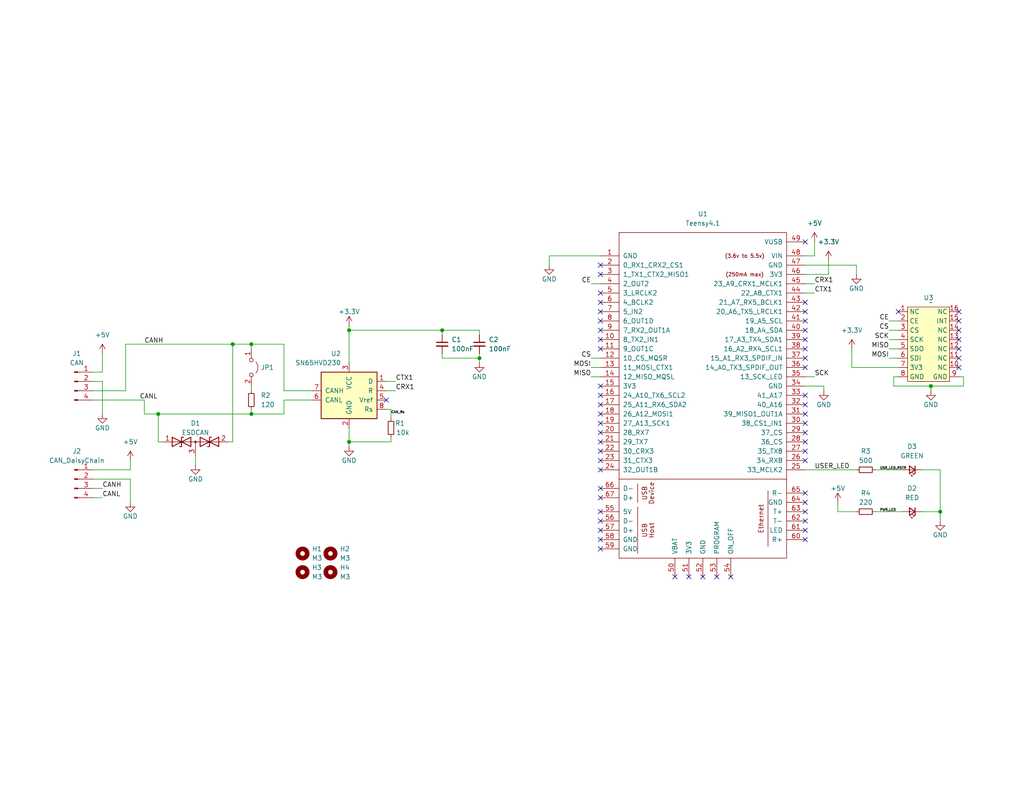
<source format=kicad_sch>
(kicad_sch (version 20230121) (generator eeschema)
  (paper "USLetter")
  (title_block (title "SDM-24 Telemetry Board") (date "2023-12-19") (rev "v1"))
  (lib_symbols
    (symbol "Connector:Conn_01x04_Pin" (pin_names (offset 1.016) hide)
      (property "Reference" "J" (at 0 5.08 0))
      (property "Value" "Conn_01x04_Pin" (at 0 -7.62 0))
      (symbol "Conn_01x04_Pin_1_1"
        (polyline (pts (xy 1.27 -5.08) (xy 0.8636 -5.08)) (stroke (width 0.1524)))
        (polyline (pts (xy 1.27 -2.54) (xy 0.8636 -2.54)) (stroke (width 0.1524)))
        (polyline (pts (xy 1.27 0) (xy 0.8636 0)) (stroke (width 0.1524)))
        (polyline (pts (xy 1.27 2.54) (xy 0.8636 2.54)) (stroke (width 0.1524)))
        (rectangle (start 0.8636 -4.953) (end 0 -5.207) (stroke (width 0.1524)) (fill (type outline)))
        (rectangle (start 0.8636 -2.413) (end 0 -2.667) (stroke (width 0.1524)) (fill (type outline)))
        (rectangle (start 0.8636 0.127) (end 0 -0.127) (stroke (width 0.1524)) (fill (type outline)))
        (rectangle (start 0.8636 2.667) (end 0 2.413) (stroke (width 0.1524)) (fill (type outline)))
        (pin passive line (at 5.08 2.54 180) (length 3.81) (name "Pin_1") (number "1"))
        (pin passive line (at 5.08 0 180) (length 3.81) (name "Pin_2") (number "2"))
        (pin passive line (at 5.08 -2.54 180) (length 3.81) (name "Pin_3") (number "3"))
        (pin passive line (at 5.08 -5.08 180) (length 3.81) (name "Pin_4") (number "4"))
      )
    )
    (symbol "Device:C_Small" (pin_numbers hide) (pin_names (offset 0.254) hide)
      (property "Reference" "C" (at 0.254 1.778 0))
      (property "Value" "C_Small" (at 0.254 -2.032 0))
      (symbol "C_Small_0_1"
        (polyline (pts (xy -1.524 -0.508) (xy 1.524 -0.508)) (stroke (width 0.3302)))
        (polyline (pts (xy -1.524 0.508) (xy 1.524 0.508)) (stroke (width 0.3048)))
      )
      (symbol "C_Small_1_1"
        (pin passive line (at 0 2.54 270) (length 2.032) (name "~") (number "1"))
        (pin passive line (at 0 -2.54 90) (length 2.032) (name "~") (number "2"))
      )
    )
    (symbol "Device:D_TVS_Dual_AAC" (pin_names (offset 1.016) hide)
      (property "Reference" "D" (at 0 4.445 0))
      (property "Value" "D_TVS_Dual_AAC" (at 0 2.54 0))
      (symbol "D_TVS_Dual_AAC_0_0"
        (polyline (pts (xy 0 -1.27) (xy 0 0)))
      )
      (symbol "D_TVS_Dual_AAC_0_1"
        (polyline (pts (xy -6.35 0) (xy 6.35 0)))
        (polyline (pts (xy -3.302 1.27) (xy -3.81 1.27) (xy -3.81 -1.27) (xy -4.318 -1.27)) (stroke (width 0.254)))
        (polyline (pts (xy 4.318 1.27) (xy 3.81 1.27) (xy 3.81 -1.27) (xy 3.302 -1.27)) (stroke (width 0.254)))
        (polyline (pts (xy -6.35 1.27) (xy -1.27 -1.27) (xy -1.27 1.27) (xy -6.35 -1.27) (xy -6.35 1.27)) (stroke (width 0.254)))
        (polyline (pts (xy 6.35 1.27) (xy 1.27 -1.27) (xy 1.27 1.27) (xy 6.35 -1.27) (xy 6.35 1.27)) (stroke (width 0.254)))
        (circle (center 0 0) (radius 0.254) (fill (type outline)))
      )
      (symbol "D_TVS_Dual_AAC_1_1"
        (pin passive line (at -8.89 0 0) (length 2.54) (name "A1") (number "1"))
        (pin passive line (at 8.89 0 180) (length 2.54) (name "A2") (number "2"))
        (pin input line (at 0 -3.81 90) (length 2.54) (name "common") (number "3"))
      )
    )
    (symbol "Device:LED_Small" (pin_numbers hide) (pin_names (offset 0.254) hide)
      (property "Reference" "D" (at -1.27 3.175 0))
      (property "Value" "LED_Small" (at -4.445 -2.54 0))
      (symbol "LED_Small_0_1"
        (polyline (pts (xy -0.762 -1.016) (xy -0.762 1.016)) (stroke (width 0.254)))
        (polyline (pts (xy 1.016 0) (xy -0.762 0)))
        (polyline (pts (xy 0.762 -1.016) (xy -0.762 0) (xy 0.762 1.016) (xy 0.762 -1.016)) (stroke (width 0.254)))
        (polyline (pts (xy 0 0.762) (xy -0.508 1.27) (xy -0.254 1.27) (xy -0.508 1.27) (xy -0.508 1.016)))
        (polyline (pts (xy 0.508 1.27) (xy 0 1.778) (xy 0.254 1.778) (xy 0 1.778) (xy 0 1.524)))
      )
      (symbol "LED_Small_1_1"
        (pin passive line (at -2.54 0 0) (length 1.778) (name "K") (number "1"))
        (pin passive line (at 2.54 0 180) (length 1.778) (name "A") (number "2"))
      )
    )
    (symbol "Device:R_Small" (pin_numbers hide) (pin_names (offset 0.254) hide)
      (property "Reference" "R" (at 0.762 0.508 0))
      (property "Value" "R_Small" (at 0.762 -1.016 0))
      (symbol "R_Small_0_1"
        (rectangle (start -0.762 1.778) (end 0.762 -1.778) (stroke (width 0.2032)))
      )
      (symbol "R_Small_1_1"
        (pin passive line (at 0 2.54 270) (length 0.762) (name "~") (number "1"))
        (pin passive line (at 0 -2.54 90) (length 0.762) (name "~") (number "2"))
      )
    )
    (symbol "Interface_CAN_LIN:SN65HVD230" (pin_names (offset 1.016))
      (property "Reference" "U" (at -2.54 10.16 0))
      (property "Value" "SN65HVD230" (at -2.54 7.62 0))
      (symbol "SN65HVD230_0_1"
        (rectangle (start -7.62 5.08) (end 7.62 -7.62) (stroke (width 0.254)) (fill (type background)))
      )
      (symbol "SN65HVD230_1_1"
        (pin input line (at -10.16 2.54 0) (length 2.54) (name "D") (number "1"))
        (pin power_in line (at 0 -10.16 90) (length 2.54) (name "GND") (number "2"))
        (pin power_in line (at 0 7.62 270) (length 2.54) (name "VCC") (number "3"))
        (pin output line (at -10.16 0 0) (length 2.54) (name "R") (number "4"))
        (pin output line (at -10.16 -2.54 0) (length 2.54) (name "Vref") (number "5"))
        (pin bidirectional line (at 10.16 -2.54 180) (length 2.54) (name "CANL") (number "6"))
        (pin bidirectional line (at 10.16 0 180) (length 2.54) (name "CANH") (number "7"))
        (pin input line (at -10.16 -5.08 0) (length 2.54) (name "Rs") (number "8"))
      )
    )
    (symbol "Jumper:Jumper_2_Open" (pin_names (offset 0) hide)
      (property "Reference" "JP" (at 0 2.794 0))
      (property "Value" "Jumper_2_Open" (at 0 -2.286 0))
      (symbol "Jumper_2_Open_0_0"
        (circle (center -2.032 0) (radius 0.508))
        (circle (center 2.032 0) (radius 0.508))
      )
      (symbol "Jumper_2_Open_0_1"
        (arc (start 1.524 1.27) (mid 0 1.778) (end -1.524 1.27))
      )
      (symbol "Jumper_2_Open_1_1"
        (pin passive line (at -5.08 0 0) (length 2.54) (name "A") (number "1"))
        (pin passive line (at 5.08 0 180) (length 2.54) (name "B") (number "2"))
      )
    )
    (symbol "Library:nRF24L01-Click"
      (property "Reference" "U" (at 0 0 0))
      (symbol "nRF24L01-Click_1_1"
        (rectangle (start -6.35 -1.27) (end 5.08 -21.59) (fill (type background)))
        (pin input line (at -8.89 -2.54 0) (length 2.54) (name "NC") (number "1"))
        (pin input line (at 7.62 -17.78 180) (length 2.54) (name "NC") (number "10"))
        (pin input line (at 7.62 -15.24 180) (length 2.54) (name "NC") (number "11"))
        (pin input line (at 7.62 -12.7 180) (length 2.54) (name "NC") (number "12"))
        (pin input line (at 7.62 -10.16 180) (length 2.54) (name "NC") (number "13"))
        (pin input line (at 7.62 -7.62 180) (length 2.54) (name "NC") (number "14"))
        (pin input line (at 7.62 -5.08 180) (length 2.54) (name "INT") (number "15"))
        (pin input line (at 7.62 -2.54 180) (length 2.54) (name "NC") (number "16"))
        (pin input line (at -8.89 -5.08 0) (length 2.54) (name "CE") (number "2"))
        (pin input line (at -8.89 -7.62 0) (length 2.54) (name "CS") (number "3"))
        (pin input line (at -8.89 -10.16 0) (length 2.54) (name "SCK") (number "4"))
        (pin input line (at -8.89 -12.7 0) (length 2.54) (name "SDO") (number "5"))
        (pin input line (at -8.89 -15.24 0) (length 2.54) (name "SDI") (number "6"))
        (pin input line (at -8.89 -17.78 0) (length 2.54) (name "3V3") (number "7"))
        (pin input line (at -8.89 -20.32 0) (length 2.54) (name "GND") (number "8"))
        (pin input line (at 7.62 -20.32 180) (length 2.54) (name "GND") (number "9"))
      )
    )
    (symbol "Mechanical:MountingHole" (pin_names (offset 1.016))
      (property "Reference" "H" (at 0 5.08 0))
      (property "Value" "MountingHole" (at 0 3.175 0))
      (symbol "MountingHole_0_1"
        (circle (center 0 0) (radius 1.27) (stroke (width 1.27)))
      )
    )
    (symbol "Teensy:Teensy4.1" (pin_names (offset 1.016))
      (property "Reference" "U" (at 0 64.77 0))
      (property "Value" "Teensy4.1" (at 0 62.23 0))
      (symbol "Teensy4.1_0_0"
        (polyline (pts (xy -22.86 -6.35) (xy 22.86 -6.35)))
        (polyline (pts (xy -17.78 -26.67) (xy -17.78 -13.97)))
        (polyline (pts (xy -17.78 -7.62) (xy -17.78 -12.7)))
        (polyline (pts (xy 17.78 -9.525) (xy 17.78 -24.765)))
        (text "(250mA max)" (at 11.43 49.53 0) (effects (font (size 1.016 1.016))))
        (text "(3.6v to 5.5v)" (at 11.43 54.61 0) (effects (font (size 1.016 1.016))))
        (text "Device" (at -13.97 -10.16 900) (effects (font (size 1.27 1.27))))
        (text "Ethernet" (at 15.875 -17.145 900) (effects (font (size 1.27 1.27))))
        (text "Host" (at -13.97 -20.32 900) (effects (font (size 1.27 1.27))))
        (text "USB" (at -15.875 -20.32 900) (effects (font (size 1.27 1.27))))
        (text "USB" (at -15.875 -10.16 900) (effects (font (size 1.27 1.27))))
        (pin bidirectional line (at -27.94 31.75 0) (length 5.08) (name "8_TX2_IN1") (number "10"))
        (pin bidirectional line (at -27.94 29.21 0) (length 5.08) (name "9_OUT1C") (number "11"))
        (pin bidirectional line (at -27.94 26.67 0) (length 5.08) (name "10_CS_MQSR") (number "12"))
        (pin bidirectional line (at -27.94 24.13 0) (length 5.08) (name "11_MOSI_CTX1") (number "13"))
        (pin bidirectional line (at -27.94 21.59 0) (length 5.08) (name "12_MISO_MQSL") (number "14"))
        (pin power_in line (at -27.94 19.05 0) (length 5.08) (name "3V3") (number "15"))
        (pin bidirectional line (at -27.94 16.51 0) (length 5.08) (name "24_A10_TX6_SCL2") (number "16"))
        (pin bidirectional line (at -27.94 13.97 0) (length 5.08) (name "25_A11_RX6_SDA2") (number "17"))
        (pin bidirectional line (at -27.94 11.43 0) (length 5.08) (name "26_A12_MOSI1") (number "18"))
        (pin bidirectional line (at -27.94 8.89 0) (length 5.08) (name "27_A13_SCK1") (number "19"))
        (pin bidirectional line (at -27.94 6.35 0) (length 5.08) (name "28_RX7") (number "20"))
        (pin bidirectional line (at -27.94 3.81 0) (length 5.08) (name "29_TX7") (number "21"))
        (pin bidirectional line (at -27.94 1.27 0) (length 5.08) (name "30_CRX3") (number "22"))
        (pin bidirectional line (at -27.94 -1.27 0) (length 5.08) (name "31_CTX3") (number "23"))
        (pin bidirectional line (at -27.94 -3.81 0) (length 5.08) (name "32_OUT1B") (number "24"))
        (pin bidirectional line (at 27.94 -3.81 180) (length 5.08) (name "33_MCLK2") (number "25"))
        (pin bidirectional line (at 27.94 -1.27 180) (length 5.08) (name "34_RX8") (number "26"))
        (pin bidirectional line (at 27.94 1.27 180) (length 5.08) (name "35_TX8") (number "27"))
        (pin bidirectional line (at 27.94 3.81 180) (length 5.08) (name "36_CS") (number "28"))
        (pin bidirectional line (at 27.94 6.35 180) (length 5.08) (name "37_CS") (number "29"))
        (pin bidirectional line (at 27.94 8.89 180) (length 5.08) (name "38_CS1_IN1") (number "30"))
        (pin bidirectional line (at 27.94 11.43 180) (length 5.08) (name "39_MISO1_OUT1A") (number "31"))
        (pin bidirectional line (at 27.94 13.97 180) (length 5.08) (name "40_A16") (number "32"))
        (pin bidirectional line (at 27.94 16.51 180) (length 5.08) (name "41_A17") (number "33"))
        (pin bidirectional line (at 27.94 21.59 180) (length 5.08) (name "13_SCK_LED") (number "35"))
        (pin bidirectional line (at 27.94 24.13 180) (length 5.08) (name "14_A0_TX3_SPDIF_OUT") (number "36"))
        (pin bidirectional line (at 27.94 26.67 180) (length 5.08) (name "15_A1_RX3_SPDIF_IN") (number "37"))
        (pin bidirectional line (at 27.94 29.21 180) (length 5.08) (name "16_A2_RX4_SCL1") (number "38"))
        (pin bidirectional line (at 27.94 31.75 180) (length 5.08) (name "17_A3_TX4_SDA1") (number "39"))
        (pin bidirectional line (at 27.94 34.29 180) (length 5.08) (name "18_A4_SDA") (number "40"))
        (pin bidirectional line (at 27.94 36.83 180) (length 5.08) (name "19_A5_SCL") (number "41"))
        (pin bidirectional line (at 27.94 39.37 180) (length 5.08) (name "20_A6_TX5_LRCLK1") (number "42"))
        (pin bidirectional line (at 27.94 41.91 180) (length 5.08) (name "21_A7_RX5_BCLK1") (number "43"))
        (pin bidirectional line (at 27.94 44.45 180) (length 5.08) (name "22_A8_CTX1") (number "44"))
        (pin bidirectional line (at 27.94 46.99 180) (length 5.08) (name "23_A9_CRX1_MCLK1") (number "45"))
        (pin output line (at 27.94 49.53 180) (length 5.08) (name "3V3") (number "46"))
        (pin output line (at 27.94 52.07 180) (length 5.08) (name "GND") (number "47"))
        (pin power_in line (at 27.94 54.61 180) (length 5.08) (name "VIN") (number "48"))
        (pin power_out line (at 27.94 58.42 180) (length 5.08) (name "VUSB") (number "49"))
        (pin bidirectional line (at -27.94 44.45 0) (length 5.08) (name "3_LRCLK2") (number "5"))
        (pin power_in line (at -7.62 -33.02 90) (length 5.08) (name "VBAT") (number "50"))
        (pin power_in line (at -3.81 -33.02 90) (length 5.08) (name "3V3") (number "51"))
        (pin input line (at 0 -33.02 90) (length 5.08) (name "GND") (number "52"))
        (pin input line (at 3.81 -33.02 90) (length 5.08) (name "PROGRAM") (number "53"))
        (pin input line (at 7.62 -33.02 90) (length 5.08) (name "ON_OFF") (number "54"))
        (pin power_out line (at -27.94 -15.24 0) (length 5.08) (name "5V") (number "55"))
        (pin bidirectional line (at -27.94 -17.78 0) (length 5.08) (name "D-") (number "56"))
        (pin bidirectional line (at -27.94 -20.32 0) (length 5.08) (name "D+") (number "57"))
        (pin power_in line (at -27.94 -22.86 0) (length 5.08) (name "GND") (number "58"))
        (pin power_in line (at -27.94 -25.4 0) (length 5.08) (name "GND") (number "59"))
        (pin bidirectional line (at -27.94 41.91 0) (length 5.08) (name "4_BCLK2") (number "6"))
        (pin bidirectional line (at 27.94 -22.86 180) (length 5.08) (name "R+") (number "60"))
        (pin bidirectional line (at 27.94 -20.32 180) (length 5.08) (name "LED") (number "61"))
        (pin bidirectional line (at 27.94 -17.78 180) (length 5.08) (name "T-") (number "62"))
        (pin bidirectional line (at 27.94 -15.24 180) (length 5.08) (name "T+") (number "63"))
        (pin power_in line (at 27.94 -12.7 180) (length 5.08) (name "GND") (number "64"))
        (pin bidirectional line (at 27.94 -10.16 180) (length 5.08) (name "R-") (number "65"))
        (pin bidirectional line (at -27.94 -8.89 0) (length 5.08) (name "D-") (number "66"))
        (pin bidirectional line (at -27.94 -11.43 0) (length 5.08) (name "D+") (number "67"))
        (pin bidirectional line (at -27.94 39.37 0) (length 5.08) (name "5_IN2") (number "7"))
        (pin bidirectional line (at -27.94 36.83 0) (length 5.08) (name "6_OUT1D") (number "8"))
        (pin bidirectional line (at -27.94 34.29 0) (length 5.08) (name "7_RX2_OUT1A") (number "9"))
      )
      (symbol "Teensy4.1_0_1"
        (rectangle (start -22.86 60.96) (end 22.86 -27.94))
        (rectangle (start -20.32 -1.27) (end -20.32 -1.27))
      )
      (symbol "Teensy4.1_1_1"
        (pin power_in line (at -27.94 54.61 0) (length 5.08) (name "GND") (number "1"))
        (pin bidirectional line (at -27.94 52.07 0) (length 5.08) (name "0_RX1_CRX2_CS1") (number "2"))
        (pin bidirectional line (at -27.94 49.53 0) (length 5.08) (name "1_TX1_CTX2_MISO1") (number "3"))
        (pin power_in line (at 27.94 19.05 180) (length 5.08) (name "GND") (number "34"))
        (pin bidirectional line (at -27.94 46.99 0) (length 5.08) (name "2_OUT2") (number "4"))
      )
    )
    (symbol "power:+3.3V" (power) (pin_names (offset 0))
      (property "Value" "+3.3V" (at 0 3.556 0))
      (symbol "+3.3V_0_1"
        (polyline (pts (xy -0.762 1.27) (xy 0 2.54)))
        (polyline (pts (xy 0 0) (xy 0 2.54)))
        (polyline (pts (xy 0 2.54) (xy 0.762 1.27)))
      )
      (symbol "+3.3V_1_1"
        (pin power_in line (at 0 0 90) (length 0) hide (name "+3.3V") (number "1"))
      )
    )
    (symbol "power:+5V" (power) (pin_names (offset 0))
      (property "Value" "+5V" (at 0 3.556 0))
      (symbol "+5V_0_1"
        (polyline (pts (xy -0.762 1.27) (xy 0 2.54)))
        (polyline (pts (xy 0 0) (xy 0 2.54)))
        (polyline (pts (xy 0 2.54) (xy 0.762 1.27)))
      )
      (symbol "+5V_1_1"
        (pin power_in line (at 0 0 90) (length 0) hide (name "+5V") (number "1"))
      )
    )
    (symbol "power:GND" (power) (pin_names (offset 0))
      (property "Value" "GND" (at 0 -3.81 0))
      (symbol "GND_0_1"
        (polyline (pts (xy 0 0) (xy 0 -1.27) (xy 1.27 -1.27) (xy 0 -2.54) (xy -1.27 -1.27) (xy 0 -1.27)))
      )
      (symbol "GND_1_1"
        (pin power_in line (at 0 0 270) (length 0) hide (name "GND") (number "1"))
      )
    )
  )
  (junction (at 43.18 113.03))
  (junction (at 254 105.41))
  (junction (at 63.5 93.98))
  (junction (at 68.58 93.98))
  (junction (at 95.25 90.17))
  (junction (at 256.54 139.7))
  (junction (at 95.25 120.65))
  (junction (at 130.81 97.79))
  (junction (at 120.65 90.17))
  (junction (at 68.58 113.03))
  (no_connect (at 163.83 74.93))
  (no_connect (at 219.71 92.71))
  (no_connect (at 219.71 147.32))
  (no_connect (at 163.83 85.09))
  (no_connect (at 219.71 110.49))
  (no_connect (at 184.15 157.48))
  (no_connect (at 219.71 82.55))
  (no_connect (at 219.71 144.78))
  (no_connect (at 219.71 85.09))
  (no_connect (at 163.83 139.7))
  (no_connect (at 163.83 72.39))
  (no_connect (at 163.83 80.01))
  (no_connect (at 163.83 147.32))
  (no_connect (at 163.83 115.57))
  (no_connect (at 219.71 107.95))
  (no_connect (at 219.71 100.33))
  (no_connect (at 219.71 90.17))
  (no_connect (at 163.83 149.86))
  (no_connect (at 195.58 157.48))
  (no_connect (at 245.11 85.09))
  (no_connect (at 219.71 137.16))
  (no_connect (at 191.77 157.48))
  (no_connect (at 187.96 157.48))
  (no_connect (at 163.83 133.35))
  (no_connect (at 163.83 92.71))
  (no_connect (at 105.41 109.22))
  (no_connect (at 219.71 139.7))
  (no_connect (at 199.39 157.48))
  (no_connect (at 219.71 125.73))
  (no_connect (at 261.62 97.79))
  (no_connect (at 163.83 107.95))
  (no_connect (at 219.71 142.24))
  (no_connect (at 163.83 120.65))
  (no_connect (at 163.83 110.49))
  (no_connect (at 219.71 123.19))
  (no_connect (at 219.71 87.63))
  (no_connect (at 163.83 125.73))
  (no_connect (at 163.83 82.55))
  (no_connect (at 219.71 120.65))
  (no_connect (at 163.83 95.25))
  (no_connect (at 163.83 128.27))
  (no_connect (at 219.71 66.04))
  (no_connect (at 219.71 115.57))
  (no_connect (at 219.71 118.11))
  (no_connect (at 219.71 97.79))
  (no_connect (at 261.62 92.71))
  (no_connect (at 163.83 113.03))
  (no_connect (at 163.83 87.63))
  (no_connect (at 163.83 135.89))
  (no_connect (at 261.62 90.17))
  (no_connect (at 163.83 123.19))
  (no_connect (at 163.83 118.11))
  (no_connect (at 261.62 85.09))
  (no_connect (at 163.83 144.78))
  (no_connect (at 261.62 95.25))
  (no_connect (at 219.71 134.62))
  (no_connect (at 261.62 100.33))
  (no_connect (at 163.83 142.24))
  (no_connect (at 163.83 105.41))
  (no_connect (at 219.71 95.25))
  (no_connect (at 261.62 87.63))
  (no_connect (at 163.83 90.17))
  (no_connect (at 219.71 113.03))
  (wire (pts (xy 63.5 93.98) (xy 63.5 120.65)))
  (wire (pts (xy 120.65 90.17) (xy 130.81 90.17)))
  (wire (pts (xy 25.4 101.6) (xy 27.94 101.6)))
  (wire (pts (xy 245.11 100.33) (xy 232.41 100.33)))
  (wire (pts (xy 34.29 93.98) (xy 63.5 93.98)))
  (wire (pts (xy 219.71 77.47) (xy 222.25 77.47)))
  (wire (pts (xy 238.76 128.27) (xy 246.38 128.27)))
  (wire (pts (xy 242.57 92.71) (xy 245.11 92.71)))
  (wire (pts (xy 77.47 106.68) (xy 85.09 106.68)))
  (wire (pts (xy 149.86 69.85) (xy 163.83 69.85)))
  (wire (pts (xy 27.94 104.14) (xy 25.4 104.14)))
  (wire (pts (xy 77.47 113.03) (xy 77.47 109.22)))
  (wire (pts (xy 256.54 128.27) (xy 251.46 128.27)))
  (wire (pts (xy 106.68 111.76) (xy 105.41 111.76)))
  (wire (pts (xy 68.58 113.03) (xy 77.47 113.03)))
  (wire (pts (xy 219.71 128.27) (xy 233.68 128.27)))
  (wire (pts (xy 68.58 105.41) (xy 68.58 106.68)))
  (wire (pts (xy 219.71 102.87) (xy 222.25 102.87)))
  (wire (pts (xy 256.54 142.24) (xy 256.54 139.7)))
  (wire (pts (xy 39.37 113.03) (xy 43.18 113.03)))
  (wire (pts (xy 39.37 109.22) (xy 39.37 113.03)))
  (wire (pts (xy 35.56 137.16) (xy 35.56 130.81)))
  (wire (pts (xy 219.71 72.39) (xy 233.68 72.39)))
  (wire (pts (xy 130.81 90.17) (xy 130.81 91.44)))
  (wire (pts (xy 243.84 105.41) (xy 243.84 102.87)))
  (wire (pts (xy 232.41 100.33) (xy 232.41 95.25)))
  (wire (pts (xy 95.25 121.92) (xy 95.25 120.65)))
  (wire (pts (xy 222.25 69.85) (xy 222.25 66.04)))
  (wire (pts (xy 62.23 120.65) (xy 63.5 120.65)))
  (wire (pts (xy 161.29 97.79) (xy 163.83 97.79)))
  (wire (pts (xy 27.94 113.03) (xy 27.94 104.14)))
  (wire (pts (xy 130.81 96.52) (xy 130.81 97.79)))
  (wire (pts (xy 106.68 119.38) (xy 106.68 120.65)))
  (wire (pts (xy 95.25 120.65) (xy 106.68 120.65)))
  (wire (pts (xy 226.06 71.12) (xy 226.06 74.93)))
  (wire (pts (xy 68.58 111.76) (xy 68.58 113.03)))
  (wire (pts (xy 219.71 80.01) (xy 222.25 80.01)))
  (wire (pts (xy 95.25 88.9) (xy 95.25 90.17)))
  (wire (pts (xy 68.58 93.98) (xy 68.58 95.25)))
  (wire (pts (xy 53.34 124.46) (xy 53.34 127)))
  (wire (pts (xy 35.56 130.81) (xy 25.4 130.81)))
  (wire (pts (xy 25.4 106.68) (xy 34.29 106.68)))
  (wire (pts (xy 27.94 101.6) (xy 27.94 96.52)))
  (wire (pts (xy 242.57 95.25) (xy 245.11 95.25)))
  (wire (pts (xy 254 105.41) (xy 262.89 105.41)))
  (wire (pts (xy 120.65 97.79) (xy 120.65 96.52)))
  (wire (pts (xy 43.18 113.03) (xy 43.18 120.65)))
  (wire (pts (xy 161.29 77.47) (xy 163.83 77.47)))
  (wire (pts (xy 226.06 74.93) (xy 219.71 74.93)))
  (wire (pts (xy 242.57 90.17) (xy 245.11 90.17)))
  (wire (pts (xy 238.76 139.7) (xy 246.38 139.7)))
  (wire (pts (xy 161.29 100.33) (xy 163.83 100.33)))
  (wire (pts (xy 224.79 105.41) (xy 219.71 105.41)))
  (wire (pts (xy 256.54 139.7) (xy 256.54 128.27)))
  (wire (pts (xy 25.4 135.89) (xy 27.94 135.89)))
  (wire (pts (xy 106.68 114.3) (xy 106.68 111.76)))
  (wire (pts (xy 262.89 105.41) (xy 262.89 102.87)))
  (wire (pts (xy 228.6 137.16) (xy 228.6 139.7)))
  (wire (pts (xy 77.47 93.98) (xy 77.47 106.68)))
  (wire (pts (xy 44.45 120.65) (xy 43.18 120.65)))
  (wire (pts (xy 105.41 104.14) (xy 107.95 104.14)))
  (wire (pts (xy 228.6 139.7) (xy 233.68 139.7)))
  (wire (pts (xy 43.18 113.03) (xy 68.58 113.03)))
  (wire (pts (xy 242.57 87.63) (xy 245.11 87.63)))
  (wire (pts (xy 254 105.41) (xy 243.84 105.41)))
  (wire (pts (xy 219.71 69.85) (xy 222.25 69.85)))
  (wire (pts (xy 161.29 102.87) (xy 163.83 102.87)))
  (wire (pts (xy 35.56 125.73) (xy 35.56 128.27)))
  (wire (pts (xy 95.25 90.17) (xy 95.25 99.06)))
  (wire (pts (xy 130.81 97.79) (xy 120.65 97.79)))
  (wire (pts (xy 63.5 93.98) (xy 68.58 93.98)))
  (wire (pts (xy 262.89 102.87) (xy 261.62 102.87)))
  (wire (pts (xy 25.4 109.22) (xy 39.37 109.22)))
  (wire (pts (xy 120.65 91.44) (xy 120.65 90.17)))
  (wire (pts (xy 149.86 72.39) (xy 149.86 69.85)))
  (wire (pts (xy 77.47 109.22) (xy 85.09 109.22)))
  (wire (pts (xy 34.29 106.68) (xy 34.29 93.98)))
  (wire (pts (xy 95.25 116.84) (xy 95.25 120.65)))
  (wire (pts (xy 243.84 102.87) (xy 245.11 102.87)))
  (wire (pts (xy 68.58 93.98) (xy 77.47 93.98)))
  (wire (pts (xy 251.46 139.7) (xy 256.54 139.7)))
  (wire (pts (xy 95.25 90.17) (xy 120.65 90.17)))
  (wire (pts (xy 105.41 106.68) (xy 107.95 106.68)))
  (wire (pts (xy 233.68 72.39) (xy 233.68 74.93)))
  (wire (pts (xy 130.81 97.79) (xy 130.81 99.06)))
  (wire (pts (xy 254 106.68) (xy 254 105.41)))
  (wire (pts (xy 224.79 106.68) (xy 224.79 105.41)))
  (wire (pts (xy 242.57 97.79) (xy 245.11 97.79)))
  (wire (pts (xy 35.56 128.27) (xy 25.4 128.27)))
  (wire (pts (xy 25.4 133.35) (xy 27.94 133.35)))
  (label "SCK" (at 242.57 92.71 180))
  (label "CE" (at 161.29 77.47 180))
  (label "MOSI" (at 161.29 100.33 180))
  (label "CTX1" (at 107.95 104.14 0))
  (label "CANL" (at 27.94 135.89 0))
  (label "CS" (at 242.57 90.17 180))
  (label "CANH" (at 27.94 133.35 0))
  (label "CANH" (at 39.37 93.98 0))
  (label "MOSI" (at 242.57 97.79 180))
  (label "USER_LED" (at 222.25 128.27 0))
  (label "USR_LED_RSTR" (at 240.03 128.27 0) (effects (font (size 0.65 0.65))))
  (label "MISO" (at 242.57 95.25 180))
  (label "CS" (at 161.29 97.79 180))
  (label "CRX1" (at 107.95 106.68 0))
  (label "PWR_LED" (at 240.03 139.7 0) (effects (font (size 0.65 0.65))))
  (label "CTX1" (at 222.25 80.01 0))
  (label "CAN_Rs" (at 106.68 113.03 0) (effects (font (size 0.65 0.65))))
  (label "CRX1" (at 222.25 77.47 0))
  (label "CANL" (at 38.1 109.22 0))
  (label "MISO" (at 161.29 102.87 180))
  (label "SCK" (at 222.25 102.87 0))
  (label "CE" (at 242.57 87.63 180))
  (symbol (lib_id "Library:nRF24L01-Click") (at 254 82.55 0) (unit 1)
    (property "Reference" "U3" (at 253.365 81.28 0))
    (property "Value" "~" (at 254 82.55 0))
    (property "Footprint" "Library:nrf24L01-click" (effects hide))
  )
  (symbol (lib_id "Connector:Conn_01x04_Pin") (at 20.32 130.81 0) (unit 1)
    (property "Reference" "J2" (at 20.955 123.19 0))
    (property "Value" "CAN_DaisyChain" (at 20.955 125.73 0))
    (property "Footprint" "Connector_JST:JST_XH_B4B-XH-AM_1x04_P2.50mm_Vertical" (effects hide))
  )
  (symbol (lib_id "Mechanical:MountingHole") (at 90.17 156.21 0) (unit 1)
    (property "Reference" "H4" (at 92.71 154.94 0) (effects (justify left)))
    (property "Value" "M3" (at 92.71 157.48 0) (effects (justify left)))
    (property "Footprint" "MountingHole:MountingHole_3.2mm_M3" (effects hide))
  )
  (symbol (lib_id "Mechanical:MountingHole") (at 90.17 151.13 0) (unit 1)
    (property "Reference" "H2" (at 92.71 149.86 0) (effects (justify left)))
    (property "Value" "M3" (at 92.71 152.4 0) (effects (justify left)))
    (property "Footprint" "MountingHole:MountingHole_3.2mm_M3" (effects hide))
  )
  (symbol (lib_id "Device:LED_Small") (at 248.92 128.27 180) (unit 1)
    (property "Reference" "D3" (at 248.8565 121.92 0))
    (property "Value" "GREEN" (at 248.8565 124.46 0))
    (property "Footprint" "LED_SMD:LED_1206_3216Metric" (effects hide))
  )
  (symbol (lib_id "power:+3.3V") (at 232.41 95.25 0) (unit 1)
    (property "Reference" "#PWR013" (effects hide))
    (property "Value" "+3.3V" (at 232.41 90.17 0))
  )
  (symbol (lib_id "power:GND") (at 256.54 142.24 0) (unit 1)
    (property "Reference" "#PWR018" (effects hide))
    (property "Value" "GND" (at 256.54 146.05 0))
  )
  (symbol (lib_id "power:GND") (at 224.79 106.68 0) (unit 1)
    (property "Reference" "#PWR016" (effects hide))
    (property "Value" "GND" (at 224.79 110.49 0))
  )
  (symbol (lib_id "power:+3.3V") (at 95.25 88.9 0) (unit 1)
    (property "Reference" "#PWR06" (effects hide))
    (property "Value" "+3.3V" (at 95.25 85.09 0))
  )
  (symbol (lib_id "power:GND") (at 95.25 121.92 0) (unit 1)
    (property "Reference" "#PWR07" (effects hide))
    (property "Value" "GND" (at 95.25 125.73 0))
  )
  (symbol (lib_id "Mechanical:MountingHole") (at 82.55 151.13 0) (unit 1)
    (property "Reference" "H1" (at 85.09 149.86 0) (effects (justify left)))
    (property "Value" "M3" (at 85.09 152.4 0) (effects (justify left)))
    (property "Footprint" "MountingHole:MountingHole_3.2mm_M3" (effects hide))
  )
  (symbol (lib_id "Mechanical:MountingHole") (at 82.55 156.21 0) (unit 1)
    (property "Reference" "H3" (at 85.09 154.94 0) (effects (justify left)))
    (property "Value" "M3" (at 85.09 157.48 0) (effects (justify left)))
    (property "Footprint" "MountingHole:MountingHole_3.2mm_M3" (effects hide))
  )
  (symbol (lib_id "Device:C_Small") (at 120.65 93.98 0) (unit 1)
    (property "Reference" "C1" (at 123.19 92.7163 0) (effects (justify left)))
    (property "Value" "100nF" (at 123.19 95.2563 0) (effects (justify left)))
    (property "Footprint" "Capacitor_SMD:C_0603_1608Metric" (effects hide))
  )
  (symbol (lib_id "power:GND") (at 27.94 113.03 0) (unit 1)
    (property "Reference" "#PWR04" (effects hide))
    (property "Value" "GND" (at 27.94 116.84 0))
  )
  (symbol (lib_id "power:+5V") (at 35.56 125.73 0) (unit 1)
    (property "Reference" "#PWR011" (effects hide))
    (property "Value" "+5V" (at 35.56 120.65 0))
  )
  (symbol (lib_id "power:GND") (at 254 106.68 0) (unit 1)
    (property "Reference" "#PWR02" (effects hide))
    (property "Value" "GND" (at 254 110.49 0))
  )
  (symbol (lib_id "Interface_CAN_LIN:SN65HVD230") (at 95.25 106.68 0) (mirror y) (unit 1)
    (property "Reference" "U2" (at 93.0559 96.52 0) (effects (justify left)))
    (property "Value" "SN65HVD230" (at 93.0559 99.06 0) (effects (justify left)))
    (property "Footprint" "Package_SO:SOIC-8_3.9x4.9mm_P1.27mm" (effects hide))
    (property "Datasheet" "http://www.ti.com/lit/ds/symlink/sn65hvd230.pdf" (effects hide))
  )
  (symbol (lib_id "Device:R_Small") (at 236.22 128.27 90) (unit 1)
    (property "Reference" "R3" (at 236.22 123.19 90))
    (property "Value" "500" (at 236.22 125.73 90))
    (property "Footprint" "Resistor_SMD:R_0805_2012Metric" (effects hide))
  )
  (symbol (lib_id "Device:R_Small") (at 236.22 139.7 90) (unit 1)
    (property "Reference" "R4" (at 236.22 134.62 90))
    (property "Value" "220" (at 236.22 137.16 90))
    (property "Footprint" "Resistor_SMD:R_0805_2012Metric" (effects hide))
  )
  (symbol (lib_id "Jumper:Jumper_2_Open") (at 68.58 100.33 270) (unit 1)
    (property "Reference" "JP1" (at 71.12 100.33 90) (effects (justify left)))
    (property "Value" "Bus Termination" (effects hide))
    (property "Footprint" "Connector_PinHeader_2.54mm:PinHeader_1x02_P2.54mm_Vertical" (effects hide))
  )
  (symbol (lib_id "Device:R_Small") (at 68.58 109.22 0) (unit 1)
    (property "Reference" "R2" (at 71.12 107.95 0) (effects (justify left)))
    (property "Value" "120" (at 71.12 110.49 0) (effects (justify left)))
    (property "Footprint" "Resistor_SMD:R_0603_1608Metric" (effects hide))
  )
  (symbol (lib_id "power:GND") (at 53.34 127 0) (unit 1)
    (property "Reference" "#PWR09" (effects hide))
    (property "Value" "GND" (at 53.34 130.81 0))
  )
  (symbol (lib_id "power:GND") (at 149.86 72.39 0) (unit 1)
    (property "Reference" "#PWR01" (effects hide))
    (property "Value" "GND" (at 149.86 76.2 0))
  )
  (symbol (lib_id "Teensy:Teensy4.1") (at 191.77 124.46 0) (unit 1)
    (property "Reference" "U1" (at 191.77 58.42 0))
    (property "Value" "Teensy4.1" (at 191.77 60.96 0))
    (property "Footprint" "Teensy:Teensy41" (effects hide))
  )
  (symbol (lib_id "Device:LED_Small") (at 248.92 139.7 180) (unit 1)
    (property "Reference" "D2" (at 248.8565 133.35 0))
    (property "Value" "RED" (at 248.8565 135.89 0))
    (property "Footprint" "LED_SMD:LED_1206_3216Metric" (effects hide))
  )
  (symbol (lib_id "Connector:Conn_01x04_Pin") (at 20.32 104.14 0) (unit 1)
    (property "Reference" "J1" (at 20.955 96.52 0))
    (property "Value" "CAN" (at 20.955 99.06 0))
    (property "Footprint" "Connector_JST:JST_XH_B4B-XH-AM_1x04_P2.50mm_Vertical" (effects hide))
  )
  (symbol (lib_id "power:+5V") (at 27.94 96.52 0) (unit 1)
    (property "Reference" "#PWR03" (effects hide))
    (property "Value" "+5V" (at 27.94 91.44 0))
  )
  (symbol (lib_id "power:+5V") (at 228.6 137.16 0) (unit 1)
    (property "Reference" "#PWR017" (effects hide))
    (property "Value" "+5V" (at 228.6 133.35 0))
  )
  (symbol (lib_id "Device:C_Small") (at 130.81 93.98 0) (unit 1)
    (property "Reference" "C2" (at 133.35 92.7163 0) (effects (justify left)))
    (property "Value" "100nF" (at 133.35 95.2563 0) (effects (justify left)))
    (property "Footprint" "Capacitor_SMD:C_0603_1608Metric" (effects hide))
  )
  (symbol (lib_id "power:GND") (at 233.68 74.93 0) (unit 1)
    (property "Reference" "#PWR015" (effects hide))
    (property "Value" "GND" (at 233.68 78.74 0))
  )
  (symbol (lib_id "Device:D_TVS_Dual_AAC") (at 53.34 120.65 0) (unit 1)
    (property "Reference" "D1" (at 53.34 115.57 0))
    (property "Value" "ESDCAN" (at 53.34 118.11 0))
    (property "Footprint" "Package_TO_SOT_SMD:SOT-323_SC-70" (effects hide))
  )
  (symbol (lib_id "power:+3.3V") (at 226.06 71.12 0) (unit 1)
    (property "Reference" "#PWR012" (effects hide))
    (property "Value" "+3.3V" (at 226.06 66.04 0))
  )
  (symbol (lib_id "Device:R_Small") (at 106.68 116.84 0) (mirror x) (unit 1)
    (property "Reference" "R1" (at 110.49 115.57 0) (effects (justify right)))
    (property "Value" "10k" (at 111.76 118.11 0) (effects (justify right)))
    (property "Footprint" "Resistor_SMD:R_0805_2012Metric" (effects hide))
  )
  (symbol (lib_id "power:GND") (at 130.81 99.06 0) (unit 1)
    (property "Reference" "#PWR08" (effects hide))
    (property "Value" "GND" (at 130.81 102.87 0))
  )
  (symbol (lib_id "power:GND") (at 35.56 137.16 0) (unit 1)
    (property "Reference" "#PWR010" (effects hide))
    (property "Value" "GND" (at 35.56 140.97 0))
  )
  (symbol (lib_id "power:+5V") (at 222.25 66.04 0) (unit 1)
    (property "Reference" "#PWR05" (effects hide))
    (property "Value" "+5V" (at 222.25 60.96 0))
  )
)
</source>
